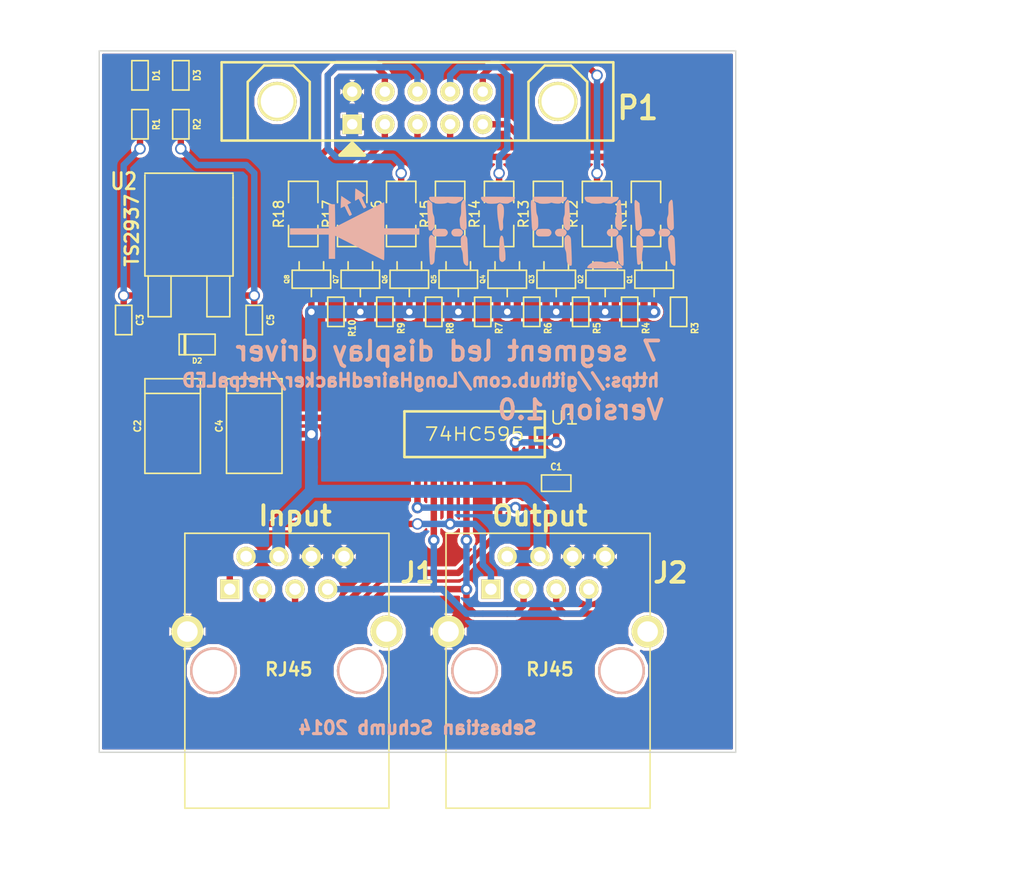
<source format=kicad_pcb>
(kicad_pcb (version 3) (host pcbnew "(2013-may-18)-stable")
  (layers (15 F.Cu signal) (0 B.Cu signal hide) (18 B.Paste user) (19 F.Paste user) (20 B.SilkS user hide) (21 F.SilkS user) (22 B.Mask user) (23 F.Mask user) (28 Edge.Cuts user))
  (net 0 "")
  (net 1 +24V)
  (net 2 +5V)
  (net 3 Clock)
  (net 4 Data_In)
  (net 5 Data_Out)
  (net 6 Enable)
  (net 7 FET_1)
  (net 8 FET_2)
  (net 9 FET_3)
  (net 10 FET_4)
  (net 11 FET_5)
  (net 12 FET_6)
  (net 13 FET_7)
  (net 14 FET_8)
  (net 15 GND)
  (net 16 N-000001)
  (net 17 N-0000010)
  (net 18 N-0000011)
  (net 19 N-0000021)
  (net 20 N-0000022)
  (net 21 N-0000024)
  (net 22 N-0000026)
  (net 23 N-000003)
  (net 24 N-0000033)
  (net 25 N-0000034)
  (net 26 N-0000036)
  (net 27 N-0000037)
  (net 28 N-000004)
  (net 29 N-0000041)
  (net 30 N-0000042)
  (net 31 N-000005)
  (net 32 N-000007)
  (net 33 N-000009)
  (net 34 Reset)
  (net 35 SEG_1)
  (net 36 SEG_2)
  (net 37 SEG_3)
  (net 38 SEG_4)
  (net 39 SEG_5)
  (net 40 SEG_6)
  (net 41 SEG_7)
  (net 42 SEG_8)
  (module HE10-10C (layer F.Cu) (at 124.46 38.735 180)
    (fp_text reference P1 (at -17.145 0 360) (layer F.SilkS) (effects (font (size 1.77546 1.5875) (thickness 0.3048))))
    (fp_text value HE10-10 hide)
    (pad 0 thru_hole circle (at -10.922 0.508 180) (size 3.048 3.048) (drill 2.54) (layers *.Cu *.Mask F.SilkS))
    (pad 0 thru_hole circle (at 10.922 0.508 180) (size 3.048 3.048) (drill 2.54) (layers *.Cu *.Mask F.SilkS))
    (pad 1 thru_hole rect (at 5.08 -1.27 180) (size 1.524 1.524) (drill 0.8128) (layers *.Cu *.Mask F.SilkS) (net 15 GND))
    (pad 2 thru_hole circle (at 5.08 1.27 180) (size 1.524 1.524) (drill 0.8128) (layers *.Cu *.Mask F.SilkS) (net 15 GND))
    (pad 3 thru_hole circle (at 2.54 -1.27 180) (size 1.524 1.524) (drill 0.8128) (layers *.Cu *.Mask F.SilkS) (net 41 SEG_7))
    (pad 4 thru_hole circle (at 2.54 1.27 180) (size 1.524 1.524) (drill 0.8128) (layers *.Cu *.Mask F.SilkS) (net 42 SEG_8))
    (pad 5 thru_hole circle (at 0 -1.27 180) (size 1.524 1.524) (drill 0.8128) (layers *.Cu *.Mask F.SilkS) (net 39 SEG_5))
    (pad 6 thru_hole circle (at 0 1.27 180) (size 1.524 1.524) (drill 0.8128) (layers *.Cu *.Mask F.SilkS) (net 40 SEG_6))
    (pad 7 thru_hole circle (at -2.54 -1.27 180) (size 1.524 1.524) (drill 0.8128) (layers *.Cu *.Mask F.SilkS) (net 37 SEG_3))
    (pad 8 thru_hole circle (at -2.54 1.27 180) (size 1.524 1.524) (drill 0.8128) (layers *.Cu *.Mask F.SilkS) (net 38 SEG_4))
    (pad 9 thru_hole circle (at -5.08 -1.27 180) (size 1.524 1.524) (drill 0.8128) (layers *.Cu *.Mask F.SilkS) (net 35 SEG_1))
    (pad 10 thru_hole circle (at -5.08 1.27 180) (size 1.524 1.524) (drill 0.8128) (layers *.Cu *.Mask F.SilkS) (net 36 SEG_2))
  )
  (module c_tant_D (layer F.Cu) (at 111.76 63.5 90)
    (fp_text reference C4 (at 0 -2.7305 90) (layer F.SilkS) (effects (font (size 0.50038 0.50038) (thickness 0.11938))))
    (fp_text value 10uF hide)
    (pad 1 smd rect (at 2.99974 0 90) (size 2.55016 2.70002) (layers F.Cu F.Paste F.Mask) (net 2 +5V))
    (pad 2 smd rect (at -2.99974 0 90) (size 2.55016 3.79984) (layers F.Cu F.Paste F.Mask) (net 15 GND))
  )
  (module sot23 (layer F.Cu) (at 120.015 52.07 180)
    (fp_text reference Q7 (at 1.905 0 270) (layer F.SilkS) (effects (font (size 0.35 0.35) (thickness 0.0875))))
    (fp_text value NDS355 hide)
    (pad 1 smd rect (at -0.9525 1.05664 180) (size 0.59944 1.00076) (layers F.Cu F.Paste F.Mask) (net 26 N-0000036))
    (pad 2 smd rect (at 0 -1.05664 180) (size 0.59944 1.00076) (layers F.Cu F.Paste F.Mask) (net 1 +24V))
    (pad 3 smd rect (at 0.9525 1.05664 180) (size 0.59944 1.00076) (layers F.Cu F.Paste F.Mask) (net 25 N-0000034))
  )
  (module sot23 (layer F.Cu) (at 142.875 52.07 180)
    (fp_text reference Q1 (at 1.905 0 270) (layer F.SilkS) (effects (font (size 0.35 0.35) (thickness 0.0875))))
    (fp_text value NDS355 hide)
    (pad 1 smd rect (at -0.9525 1.05664 180) (size 0.59944 1.00076) (layers F.Cu F.Paste F.Mask) (net 19 N-0000021))
    (pad 2 smd rect (at 0 -1.05664 180) (size 0.59944 1.00076) (layers F.Cu F.Paste F.Mask) (net 1 +24V))
    (pad 3 smd rect (at 0.9525 1.05664 180) (size 0.59944 1.00076) (layers F.Cu F.Paste F.Mask) (net 18 N-0000011))
  )
  (module sot23 (layer F.Cu) (at 123.825 52.07 180)
    (fp_text reference Q6 (at 1.905 0 270) (layer F.SilkS) (effects (font (size 0.35 0.35) (thickness 0.0875))))
    (fp_text value NDS355 hide)
    (pad 1 smd rect (at -0.9525 1.05664 180) (size 0.59944 1.00076) (layers F.Cu F.Paste F.Mask) (net 24 N-0000033))
    (pad 2 smd rect (at 0 -1.05664 180) (size 0.59944 1.00076) (layers F.Cu F.Paste F.Mask) (net 1 +24V))
    (pad 3 smd rect (at 0.9525 1.05664 180) (size 0.59944 1.00076) (layers F.Cu F.Paste F.Mask) (net 17 N-0000010))
  )
  (module sot23 (layer F.Cu) (at 139.065 52.07 180)
    (fp_text reference Q2 (at 1.905 0 270) (layer F.SilkS) (effects (font (size 0.35 0.35) (thickness 0.0875))))
    (fp_text value NDS355 hide)
    (pad 1 smd rect (at -0.9525 1.05664 180) (size 0.59944 1.00076) (layers F.Cu F.Paste F.Mask) (net 21 N-0000024))
    (pad 2 smd rect (at 0 -1.05664 180) (size 0.59944 1.00076) (layers F.Cu F.Paste F.Mask) (net 1 +24V))
    (pad 3 smd rect (at 0.9525 1.05664 180) (size 0.59944 1.00076) (layers F.Cu F.Paste F.Mask) (net 20 N-0000022))
  )
  (module sot23 (layer F.Cu) (at 116.205 52.07 180)
    (fp_text reference Q8 (at 1.905 0 270) (layer F.SilkS) (effects (font (size 0.35 0.35) (thickness 0.0875))))
    (fp_text value NDS355 hide)
    (pad 1 smd rect (at -0.9525 1.05664 180) (size 0.59944 1.00076) (layers F.Cu F.Paste F.Mask) (net 22 N-0000026))
    (pad 2 smd rect (at 0 -1.05664 180) (size 0.59944 1.00076) (layers F.Cu F.Paste F.Mask) (net 1 +24V))
    (pad 3 smd rect (at 0.9525 1.05664 180) (size 0.59944 1.00076) (layers F.Cu F.Paste F.Mask) (net 27 N-0000037))
  )
  (module sot23 (layer F.Cu) (at 135.255 52.07 180)
    (fp_text reference Q3 (at 1.905 0 270) (layer F.SilkS) (effects (font (size 0.35 0.35) (thickness 0.0875))))
    (fp_text value NDS355 hide)
    (pad 1 smd rect (at -0.9525 1.05664 180) (size 0.59944 1.00076) (layers F.Cu F.Paste F.Mask) (net 28 N-000004))
    (pad 2 smd rect (at 0 -1.05664 180) (size 0.59944 1.00076) (layers F.Cu F.Paste F.Mask) (net 1 +24V))
    (pad 3 smd rect (at 0.9525 1.05664 180) (size 0.59944 1.00076) (layers F.Cu F.Paste F.Mask) (net 23 N-000003))
  )
  (module sot23 (layer F.Cu) (at 131.445 52.07 180)
    (fp_text reference Q4 (at 1.905 0 270) (layer F.SilkS) (effects (font (size 0.35 0.35) (thickness 0.0875))))
    (fp_text value NDS355 hide)
    (pad 1 smd rect (at -0.9525 1.05664 180) (size 0.59944 1.00076) (layers F.Cu F.Paste F.Mask) (net 16 N-000001))
    (pad 2 smd rect (at 0 -1.05664 180) (size 0.59944 1.00076) (layers F.Cu F.Paste F.Mask) (net 1 +24V))
    (pad 3 smd rect (at 0.9525 1.05664 180) (size 0.59944 1.00076) (layers F.Cu F.Paste F.Mask) (net 31 N-000005))
  )
  (module sot23 (layer F.Cu) (at 127.635 52.07 180)
    (fp_text reference Q5 (at 1.905 0 270) (layer F.SilkS) (effects (font (size 0.35 0.35) (thickness 0.0875))))
    (fp_text value NDS355 hide)
    (pad 1 smd rect (at -0.9525 1.05664 180) (size 0.59944 1.00076) (layers F.Cu F.Paste F.Mask) (net 33 N-000009))
    (pad 2 smd rect (at 0 -1.05664 180) (size 0.59944 1.00076) (layers F.Cu F.Paste F.Mask) (net 1 +24V))
    (pad 3 smd rect (at 0.9525 1.05664 180) (size 0.59944 1.00076) (layers F.Cu F.Paste F.Mask) (net 32 N-000007))
  )
  (module sod123 (layer F.Cu) (at 107.315 57.15 180)
    (fp_text reference D2 (at 0 -1.27 180) (layer F.SilkS) (effects (font (size 0.39878 0.39878) (thickness 0.09906))))
    (fp_text value BAT42W hide)
    (pad 2 smd rect (at 1.67386 0 180) (size 0.8509 0.8509) (layers F.Cu F.Paste F.Mask) (net 1 +24V))
    (pad 1 smd rect (at -1.67386 0 180) (size 0.8509 0.8509) (layers F.Cu F.Paste F.Mask) (net 2 +5V))
  )
  (module SO16E (layer F.Cu) (at 128.905 64.135 180)
    (fp_text reference U1 (at -6.985 1.27 180) (layer F.SilkS) (effects (font (size 1.016 1.143) (thickness 0.127))))
    (fp_text value 74HC595 (at 0 0 180) (layer F.SilkS) (effects (font (size 1.016 1.143) (thickness 0.127))))
    (pad 1 smd rect (at -4.445 2.54 180) (size 0.508 1.143) (layers F.Cu F.Paste F.Mask) (net 8 FET_2))
    (pad 2 smd rect (at -3.175 2.54 180) (size 0.508 1.143) (layers F.Cu F.Paste F.Mask) (net 9 FET_3))
    (pad 3 smd rect (at -1.905 2.54 180) (size 0.508 1.143) (layers F.Cu F.Paste F.Mask) (net 10 FET_4))
    (pad 4 smd rect (at -0.635 2.54 180) (size 0.508 1.143) (layers F.Cu F.Paste F.Mask) (net 11 FET_5))
    (pad 5 smd rect (at 0.635 2.54 180) (size 0.508 1.143) (layers F.Cu F.Paste F.Mask) (net 12 FET_6))
    (pad 6 smd rect (at 1.905 2.54 180) (size 0.508 1.143) (layers F.Cu F.Paste F.Mask) (net 13 FET_7))
    (pad 7 smd rect (at 3.175 2.54 180) (size 0.508 1.143) (layers F.Cu F.Paste F.Mask) (net 14 FET_8))
    (pad 8 smd rect (at 4.445 2.54 180) (size 0.508 1.143) (layers F.Cu F.Paste F.Mask) (net 15 GND))
    (pad 9 smd rect (at 4.445 -2.54 180) (size 0.508 1.143) (layers F.Cu F.Paste F.Mask) (net 5 Data_Out))
    (pad 10 smd rect (at 3.175 -2.54 180) (size 0.508 1.143) (layers F.Cu F.Paste F.Mask) (net 34 Reset))
    (pad 11 smd rect (at 1.905 -2.54 180) (size 0.508 1.143) (layers F.Cu F.Paste F.Mask) (net 3 Clock))
    (pad 12 smd rect (at 0.635 -2.54 180) (size 0.508 1.143) (layers F.Cu F.Paste F.Mask) (net 6 Enable))
    (pad 13 smd rect (at -0.635 -2.54 180) (size 0.508 1.143) (layers F.Cu F.Paste F.Mask) (net 15 GND))
    (pad 14 smd rect (at -1.905 -2.54 180) (size 0.508 1.143) (layers F.Cu F.Paste F.Mask) (net 4 Data_In))
    (pad 15 smd rect (at -3.175 -2.54 180) (size 0.508 1.143) (layers F.Cu F.Paste F.Mask) (net 7 FET_1))
    (pad 16 smd rect (at -4.445 -2.54 180) (size 0.508 1.143) (layers F.Cu F.Paste F.Mask) (net 2 +5V))
  )
  (module SM1206 (layer F.Cu) (at 130.81 46.99 90)
    (fp_text reference R14 (at 0 -1.905 90) (layer F.SilkS) (effects (font (size 0.762 0.762) (thickness 0.127))))
    (fp_text value 160 hide)
    (pad 1 smd rect (at -1.651 0 90) (size 1.524 2.032) (layers F.Cu F.Paste F.Mask) (net 31 N-000005))
    (pad 2 smd rect (at 1.651 0 90) (size 1.524 2.032) (layers F.Cu F.Paste F.Mask) (net 38 SEG_4))
  )
  (module SM1206 (layer F.Cu) (at 123.19 46.99 90)
    (fp_text reference R16 (at 0 -1.905 90) (layer F.SilkS) (effects (font (size 0.762 0.762) (thickness 0.127))))
    (fp_text value 160 hide)
    (pad 1 smd rect (at -1.651 0 90) (size 1.524 2.032) (layers F.Cu F.Paste F.Mask) (net 17 N-0000010))
    (pad 2 smd rect (at 1.651 0 90) (size 1.524 2.032) (layers F.Cu F.Paste F.Mask) (net 40 SEG_6))
  )
  (module SM1206 (layer F.Cu) (at 127 46.99 90)
    (fp_text reference R15 (at 0 -1.905 90) (layer F.SilkS) (effects (font (size 0.762 0.762) (thickness 0.127))))
    (fp_text value 160 hide)
    (pad 1 smd rect (at -1.651 0 90) (size 1.524 2.032) (layers F.Cu F.Paste F.Mask) (net 32 N-000007))
    (pad 2 smd rect (at 1.651 0 90) (size 1.524 2.032) (layers F.Cu F.Paste F.Mask) (net 39 SEG_5))
  )
  (module SM1206 (layer F.Cu) (at 119.38 46.99 90)
    (fp_text reference R17 (at 0 -1.905 90) (layer F.SilkS) (effects (font (size 0.762 0.762) (thickness 0.127))))
    (fp_text value 470 hide)
    (pad 1 smd rect (at -1.651 0 90) (size 1.524 2.032) (layers F.Cu F.Paste F.Mask) (net 25 N-0000034))
    (pad 2 smd rect (at 1.651 0 90) (size 1.524 2.032) (layers F.Cu F.Paste F.Mask) (net 41 SEG_7))
  )
  (module SM1206 (layer F.Cu) (at 134.62 46.99 90)
    (fp_text reference R13 (at 0 -1.905 90) (layer F.SilkS) (effects (font (size 0.762 0.762) (thickness 0.127))))
    (fp_text value 160 hide)
    (pad 1 smd rect (at -1.651 0 90) (size 1.524 2.032) (layers F.Cu F.Paste F.Mask) (net 23 N-000003))
    (pad 2 smd rect (at 1.651 0 90) (size 1.524 2.032) (layers F.Cu F.Paste F.Mask) (net 37 SEG_3))
  )
  (module SM1206 (layer F.Cu) (at 138.43 46.99 90)
    (fp_text reference R12 (at 0 -1.905 90) (layer F.SilkS) (effects (font (size 0.762 0.762) (thickness 0.127))))
    (fp_text value 160 hide)
    (pad 1 smd rect (at -1.651 0 90) (size 1.524 2.032) (layers F.Cu F.Paste F.Mask) (net 20 N-0000022))
    (pad 2 smd rect (at 1.651 0 90) (size 1.524 2.032) (layers F.Cu F.Paste F.Mask) (net 36 SEG_2))
  )
  (module SM1206 (layer F.Cu) (at 142.24 46.99 90)
    (fp_text reference R11 (at 0 -1.905 90) (layer F.SilkS) (effects (font (size 0.762 0.762) (thickness 0.127))))
    (fp_text value 160 hide)
    (pad 1 smd rect (at -1.651 0 90) (size 1.524 2.032) (layers F.Cu F.Paste F.Mask) (net 18 N-0000011))
    (pad 2 smd rect (at 1.651 0 90) (size 1.524 2.032) (layers F.Cu F.Paste F.Mask) (net 35 SEG_1))
  )
  (module SM1206 (layer F.Cu) (at 115.57 46.99 90)
    (fp_text reference R18 (at 0 -1.905 90) (layer F.SilkS) (effects (font (size 0.762 0.762) (thickness 0.127))))
    (fp_text value 470 hide)
    (pad 1 smd rect (at -1.651 0 90) (size 1.524 2.032) (layers F.Cu F.Paste F.Mask) (net 27 N-0000037))
    (pad 2 smd rect (at 1.651 0 90) (size 1.524 2.032) (layers F.Cu F.Paste F.Mask) (net 42 SEG_8))
  )
  (module SM0603 (layer F.Cu) (at 106.045 40.005 90)
    (fp_text reference R2 (at 0 1.27 90) (layer F.SilkS) (effects (font (size 0.508 0.4572) (thickness 0.1143))))
    (fp_text value 1k hide)
    (pad 1 smd rect (at -0.762 0 90) (size 0.635 1.143) (layers F.Cu F.Paste F.Mask) (net 2 +5V))
    (pad 2 smd rect (at 0.762 0 90) (size 0.635 1.143) (layers F.Cu F.Paste F.Mask) (net 30 N-0000042))
  )
  (module SM0603 (layer F.Cu) (at 144.78 54.61 270)
    (fp_text reference R3 (at 1.27 -1.27 270) (layer F.SilkS) (effects (font (size 0.508 0.4572) (thickness 0.1143))))
    (fp_text value 200 hide)
    (pad 1 smd rect (at -0.762 0 270) (size 0.635 1.143) (layers F.Cu F.Paste F.Mask) (net 19 N-0000021))
    (pad 2 smd rect (at 0.762 0 270) (size 0.635 1.143) (layers F.Cu F.Paste F.Mask) (net 7 FET_1))
  )
  (module SM0603 (layer F.Cu) (at 101.6 55.245 270)
    (fp_text reference C3 (at 0 -1.27 270) (layer F.SilkS) (effects (font (size 0.508 0.4572) (thickness 0.1143))))
    (fp_text value 100nF hide)
    (pad 1 smd rect (at -0.762 0 270) (size 0.635 1.143) (layers F.Cu F.Paste F.Mask) (net 1 +24V))
    (pad 2 smd rect (at 0.762 0 270) (size 0.635 1.143) (layers F.Cu F.Paste F.Mask) (net 15 GND))
  )
  (module SM0603 (layer F.Cu) (at 140.97 54.61 270)
    (fp_text reference R4 (at 1.27 -1.27 270) (layer F.SilkS) (effects (font (size 0.508 0.4572) (thickness 0.1143))))
    (fp_text value 200 hide)
    (pad 1 smd rect (at -0.762 0 270) (size 0.635 1.143) (layers F.Cu F.Paste F.Mask) (net 21 N-0000024))
    (pad 2 smd rect (at 0.762 0 270) (size 0.635 1.143) (layers F.Cu F.Paste F.Mask) (net 8 FET_2))
  )
  (module SM0603 (layer F.Cu) (at 137.16 54.61 270)
    (fp_text reference R5 (at 1.27 -1.27 270) (layer F.SilkS) (effects (font (size 0.508 0.4572) (thickness 0.1143))))
    (fp_text value 200 hide)
    (pad 1 smd rect (at -0.762 0 270) (size 0.635 1.143) (layers F.Cu F.Paste F.Mask) (net 28 N-000004))
    (pad 2 smd rect (at 0.762 0 270) (size 0.635 1.143) (layers F.Cu F.Paste F.Mask) (net 9 FET_3))
  )
  (module SM0603 (layer F.Cu) (at 133.35 54.61 270)
    (fp_text reference R6 (at 1.27 -1.27 270) (layer F.SilkS) (effects (font (size 0.508 0.4572) (thickness 0.1143))))
    (fp_text value 200 hide)
    (pad 1 smd rect (at -0.762 0 270) (size 0.635 1.143) (layers F.Cu F.Paste F.Mask) (net 16 N-000001))
    (pad 2 smd rect (at 0.762 0 270) (size 0.635 1.143) (layers F.Cu F.Paste F.Mask) (net 10 FET_4))
  )
  (module SM0603 (layer F.Cu) (at 106.045 36.195 90)
    (fp_text reference D3 (at 0 1.27 90) (layer F.SilkS) (effects (font (size 0.508 0.4572) (thickness 0.1143))))
    (fp_text value LED hide)
    (pad 1 smd rect (at -0.762 0 90) (size 0.635 1.143) (layers F.Cu F.Paste F.Mask) (net 30 N-0000042))
    (pad 2 smd rect (at 0.762 0 90) (size 0.635 1.143) (layers F.Cu F.Paste F.Mask) (net 15 GND))
  )
  (module SM0603 (layer F.Cu) (at 102.87 40.005 90)
    (fp_text reference R1 (at 0 1.27 90) (layer F.SilkS) (effects (font (size 0.508 0.4572) (thickness 0.1143))))
    (fp_text value 1k hide)
    (pad 1 smd rect (at -0.762 0 90) (size 0.635 1.143) (layers F.Cu F.Paste F.Mask) (net 1 +24V))
    (pad 2 smd rect (at 0.762 0 90) (size 0.635 1.143) (layers F.Cu F.Paste F.Mask) (net 29 N-0000041))
  )
  (module SM0603 (layer F.Cu) (at 129.54 54.61 270)
    (fp_text reference R7 (at 1.27 -1.27 270) (layer F.SilkS) (effects (font (size 0.508 0.4572) (thickness 0.1143))))
    (fp_text value 200 hide)
    (pad 1 smd rect (at -0.762 0 270) (size 0.635 1.143) (layers F.Cu F.Paste F.Mask) (net 33 N-000009))
    (pad 2 smd rect (at 0.762 0 270) (size 0.635 1.143) (layers F.Cu F.Paste F.Mask) (net 11 FET_5))
  )
  (module SM0603 (layer F.Cu) (at 102.87 36.195 90)
    (fp_text reference D1 (at 0 1.27 90) (layer F.SilkS) (effects (font (size 0.508 0.4572) (thickness 0.1143))))
    (fp_text value LED hide)
    (pad 1 smd rect (at -0.762 0 90) (size 0.635 1.143) (layers F.Cu F.Paste F.Mask) (net 29 N-0000041))
    (pad 2 smd rect (at 0.762 0 90) (size 0.635 1.143) (layers F.Cu F.Paste F.Mask) (net 15 GND))
  )
  (module SM0603 (layer F.Cu) (at 135.255 67.945)
    (fp_text reference C1 (at 0 -1.27) (layer F.SilkS) (effects (font (size 0.508 0.4572) (thickness 0.1143))))
    (fp_text value 100n hide)
    (pad 1 smd rect (at -0.762 0) (size 0.635 1.143) (layers F.Cu F.Paste F.Mask) (net 2 +5V))
    (pad 2 smd rect (at 0.762 0) (size 0.635 1.143) (layers F.Cu F.Paste F.Mask) (net 15 GND))
  )
  (module SM0603 (layer F.Cu) (at 125.73 54.61 270)
    (fp_text reference R8 (at 1.27 -1.27 270) (layer F.SilkS) (effects (font (size 0.508 0.4572) (thickness 0.1143))))
    (fp_text value 200 hide)
    (pad 1 smd rect (at -0.762 0 270) (size 0.635 1.143) (layers F.Cu F.Paste F.Mask) (net 24 N-0000033))
    (pad 2 smd rect (at 0.762 0 270) (size 0.635 1.143) (layers F.Cu F.Paste F.Mask) (net 12 FET_6))
  )
  (module SM0603 (layer F.Cu) (at 118.11 54.61 270)
    (fp_text reference R10 (at 1.27 -1.27 270) (layer F.SilkS) (effects (font (size 0.508 0.4572) (thickness 0.1143))))
    (fp_text value 200 hide)
    (pad 1 smd rect (at -0.762 0 270) (size 0.635 1.143) (layers F.Cu F.Paste F.Mask) (net 22 N-0000026))
    (pad 2 smd rect (at 0.762 0 270) (size 0.635 1.143) (layers F.Cu F.Paste F.Mask) (net 14 FET_8))
  )
  (module SM0603 (layer F.Cu) (at 121.92 54.61 270)
    (fp_text reference R9 (at 1.27 -1.27 270) (layer F.SilkS) (effects (font (size 0.508 0.4572) (thickness 0.1143))))
    (fp_text value 200 hide)
    (pad 1 smd rect (at -0.762 0 270) (size 0.635 1.143) (layers F.Cu F.Paste F.Mask) (net 26 N-0000036))
    (pad 2 smd rect (at 0.762 0 270) (size 0.635 1.143) (layers F.Cu F.Paste F.Mask) (net 13 FET_7))
  )
  (module RJ45_MEBP_8-8G (layer F.Cu) (at 114.3 82.55)
    (fp_text reference J1 (at 10.16 -7.62) (layer F.SilkS) (effects (font (size 1.524 1.524) (thickness 0.3048))))
    (fp_text value RJ45 (at 0.14224 -0.1016) (layer F.SilkS) (effects (font (size 1.00076 1.00076) (thickness 0.2032))))
    (pad "" np_thru_hole circle (at 5.715 0) (size 3.64998 3.64998) (drill 3.2512) (layers *.Cu *.SilkS *.Mask))
    (pad "" np_thru_hole circle (at -5.715 0) (size 3.64998 3.64998) (drill 3.2512) (layers *.Cu *.SilkS *.Mask))
    (pad 1 thru_hole rect (at -4.445 -6.35) (size 1.50114 1.50114) (drill 0.89916) (layers *.Cu *.Mask F.SilkS) (net 3 Clock))
    (pad 2 thru_hole circle (at -3.175 -8.89) (size 1.50114 1.50114) (drill 0.89916) (layers *.Cu *.Mask F.SilkS) (net 1 +24V))
    (pad 3 thru_hole circle (at -1.905 -6.35) (size 1.50114 1.50114) (drill 0.89916) (layers *.Cu *.Mask F.SilkS) (net 6 Enable))
    (pad 4 thru_hole circle (at -0.635 -8.89) (size 1.50114 1.50114) (drill 0.89916) (layers *.Cu *.Mask F.SilkS) (net 1 +24V))
    (pad 5 thru_hole circle (at 0.635 -6.35) (size 1.50114 1.50114) (drill 0.89916) (layers *.Cu *.Mask F.SilkS) (net 4 Data_In))
    (pad 6 thru_hole circle (at 1.905 -8.89) (size 1.50114 1.50114) (drill 0.89916) (layers *.Cu *.Mask F.SilkS) (net 15 GND))
    (pad 7 thru_hole circle (at 3.175 -6.35) (size 1.50114 1.50114) (drill 0.89916) (layers *.Cu *.Mask F.SilkS) (net 34 Reset))
    (pad 8 thru_hole circle (at 4.445 -8.89) (size 1.50114 1.50114) (drill 0.89916) (layers *.Cu *.Mask F.SilkS) (net 15 GND))
    (pad 9 thru_hole circle (at -7.745 -3.05) (size 2.5 2.5) (drill 1.6) (layers *.Cu *.Mask F.SilkS) (net 15 GND))
    (pad 10 thru_hole circle (at 7.747 -3.05) (size 2.5 2.5) (drill 1.6) (layers *.Cu *.Mask F.SilkS))
  )
  (module RJ45_MEBP_8-8G (layer F.Cu) (at 134.62 82.55)
    (fp_text reference J2 (at 9.525 -7.62) (layer F.SilkS) (effects (font (size 1.524 1.524) (thickness 0.3048))))
    (fp_text value RJ45 (at 0.14224 -0.1016) (layer F.SilkS) (effects (font (size 1.00076 1.00076) (thickness 0.2032))))
    (pad "" np_thru_hole circle (at 5.715 0) (size 3.64998 3.64998) (drill 3.2512) (layers *.Cu *.SilkS *.Mask))
    (pad "" np_thru_hole circle (at -5.715 0) (size 3.64998 3.64998) (drill 3.2512) (layers *.Cu *.SilkS *.Mask))
    (pad 1 thru_hole rect (at -4.445 -6.35) (size 1.50114 1.50114) (drill 0.89916) (layers *.Cu *.Mask F.SilkS) (net 3 Clock))
    (pad 2 thru_hole circle (at -3.175 -8.89) (size 1.50114 1.50114) (drill 0.89916) (layers *.Cu *.Mask F.SilkS) (net 1 +24V))
    (pad 3 thru_hole circle (at -1.905 -6.35) (size 1.50114 1.50114) (drill 0.89916) (layers *.Cu *.Mask F.SilkS) (net 6 Enable))
    (pad 4 thru_hole circle (at -0.635 -8.89) (size 1.50114 1.50114) (drill 0.89916) (layers *.Cu *.Mask F.SilkS) (net 1 +24V))
    (pad 5 thru_hole circle (at 0.635 -6.35) (size 1.50114 1.50114) (drill 0.89916) (layers *.Cu *.Mask F.SilkS) (net 5 Data_Out))
    (pad 6 thru_hole circle (at 1.905 -8.89) (size 1.50114 1.50114) (drill 0.89916) (layers *.Cu *.Mask F.SilkS) (net 15 GND))
    (pad 7 thru_hole circle (at 3.175 -6.35) (size 1.50114 1.50114) (drill 0.89916) (layers *.Cu *.Mask F.SilkS) (net 34 Reset))
    (pad 8 thru_hole circle (at 4.445 -8.89) (size 1.50114 1.50114) (drill 0.89916) (layers *.Cu *.Mask F.SilkS) (net 15 GND))
    (pad 9 thru_hole circle (at -7.745 -3.05) (size 2.5 2.5) (drill 1.6) (layers *.Cu *.Mask F.SilkS) (net 15 GND))
    (pad 10 thru_hole circle (at 7.747 -3.05) (size 2.5 2.5) (drill 1.6) (layers *.Cu *.Mask F.SilkS))
  )
  (module DPAK2 (layer F.Cu) (at 106.68 53.34)
    (fp_text reference U2 (at -5.08 -8.89) (layer F.SilkS) (effects (font (size 1.27 1.016) (thickness 0.2032))))
    (fp_text value TS2937 (at -4.445 -5.08 90) (layer F.SilkS) (effects (font (size 1.016 1.016) (thickness 0.2032))))
    (pad 1 smd rect (at -2.286 0) (size 1.651 3.048) (layers F.Cu F.Paste F.Mask) (net 1 +24V))
    (pad 2 smd rect (at 0 -6.35) (size 6.096 6.096) (layers F.Cu F.Paste F.Mask) (net 15 GND))
    (pad 3 smd rect (at 2.286 0) (size 1.651 3.048) (layers F.Cu F.Paste F.Mask) (net 2 +5V))
  )
  (module c_tant_D (layer F.Cu) (at 105.41 63.5 90)
    (fp_text reference C2 (at 0 -2.7305 90) (layer F.SilkS) (effects (font (size 0.50038 0.50038) (thickness 0.11938))))
    (fp_text value 10uF hide)
    (pad 1 smd rect (at 2.99974 0 90) (size 2.55016 2.70002) (layers F.Cu F.Paste F.Mask) (net 1 +24V))
    (pad 2 smd rect (at -2.99974 0 90) (size 2.55016 3.79984) (layers F.Cu F.Paste F.Mask) (net 15 GND))
  )
  (module SM0603 (layer F.Cu) (at 111.76 55.245 270)
    (fp_text reference C5 (at 0 -1.27 270) (layer F.SilkS) (effects (font (size 0.508 0.4572) (thickness 0.1143))))
    (fp_text value 100nF hide)
    (pad 1 smd rect (at -0.762 0 270) (size 0.635 1.143) (layers F.Cu F.Paste F.Mask) (net 2 +5V))
    (pad 2 smd rect (at 0.762 0 270) (size 0.635 1.143) (layers F.Cu F.Paste F.Mask) (net 15 GND))
  )
  (module logo_silkbot_30_00mm (layer B.Cu) (at 129.54 48.133)
    (fp_text reference G*** hide)
    (fp_text value logo_silkbot_30_00mm hide)
  )
  (gr_text "Version 1.0" (at 137.16 62.23) (layer B.SilkS) (effects (font (size 1.5 1.5) (thickness 0.3)) (justify mirror)))
  (gr_text "Sebastian Schumb 2014" (at 124.46 86.995) (layer B.SilkS) (effects (font (size 1 1) (thickness 0.25)) (justify mirror)))
  (gr_text Output (at 133.985 70.485) (layer F.SilkS) (effects (font (size 1.5 1.5) (thickness 0.3))))
  (gr_text Input (at 114.935 70.485) (layer F.SilkS) (effects (font (size 1.5 1.5) (thickness 0.3))))
  (gr_text https://github.com/LongHairedHacker/HetpaLED (at 124.714 59.944) (layer B.SilkS) (effects (font (size 1 1) (thickness 0.25)) (justify mirror)))
  (gr_text "7 segment led display driver" (at 126.873 57.658) (layer B.SilkS) (effects (font (size 1.5 1.5) (thickness 0.3)) (justify mirror)))
  (gr_line (start 99.695 34.29) (end 149.225 34.29) (angle 90) (layer Edge.Cuts) (width 0.1))
  (gr_line (start 99.695 88.9) (end 99.695 34.29) (angle 90) (layer Edge.Cuts) (width 0.1))
  (gr_line (start 149.225 88.9) (end 99.695 88.9) (angle 90) (layer Edge.Cuts) (width 0.1))
  (gr_line (start 149.225 34.29) (end 149.225 88.9) (angle 90) (layer Edge.Cuts) (width 0.1))
  (segment (start 116.205 68.58) (end 132.715 68.58) (width 1) (layer B.Cu) (net 1))
  (via (at 101.6 53.34) (size 0.889) (layers F.Cu B.Cu) (net 1))
  (segment (start 102.87 40.767) (end 102.87 41.91) (width 0.5) (layer F.Cu) (net 1))
  (via (at 102.87 41.91) (size 0.889) (layers F.Cu B.Cu) (net 1))
  (segment (start 101.6 43.18) (end 102.87 41.91) (width 0.5) (layer B.Cu) (net 1))
  (segment (start 101.6 43.18) (end 101.6 53.34) (width 0.5) (layer B.Cu) (net 1))
  (via (at 116.205 64.135) (size 0.889) (layers F.Cu B.Cu) (net 1))
  (segment (start 116.205 64.135) (end 106.045 64.135) (width 0.5) (layer F.Cu) (net 1))
  (segment (start 105.41 63.5) (end 106.045 64.135) (width 0.5) (layer F.Cu) (net 1))
  (segment (start 105.41 63.5) (end 105.41 60.50026) (width 0.5) (layer F.Cu) (net 1))
  (segment (start 105.64114 57.15) (end 105.64114 58.18886) (width 0.5) (layer F.Cu) (net 1))
  (segment (start 105.41 58.42) (end 105.41 60.50026) (width 0.5) (layer F.Cu) (net 1))
  (segment (start 105.64114 58.18886) (end 105.41 58.42) (width 0.5) (layer F.Cu) (net 1))
  (segment (start 105.64114 57.15) (end 105.64114 56.11114) (width 0.5) (layer F.Cu) (net 1))
  (segment (start 104.394 54.864) (end 105.41 55.88) (width 0.5) (layer F.Cu) (net 1))
  (segment (start 104.394 54.864) (end 104.394 53.34) (width 0.5) (layer F.Cu) (net 1))
  (segment (start 105.64114 56.11114) (end 105.41 55.88) (width 0.5) (layer F.Cu) (net 1))
  (segment (start 101.6 54.483) (end 101.6 53.34) (width 0.5) (layer F.Cu) (net 1))
  (segment (start 101.6 53.34) (end 104.394 53.34) (width 0.5) (layer F.Cu) (net 1))
  (segment (start 133.985 73.66) (end 133.985 69.85) (width 1) (layer B.Cu) (net 1))
  (segment (start 133.985 69.85) (end 132.715 68.58) (width 1) (layer B.Cu) (net 1))
  (segment (start 116.205 68.58) (end 116.205 68.58) (width 1) (layer B.Cu) (net 1))
  (segment (start 116.205 68.58) (end 116.205 66.675) (width 1) (layer B.Cu) (net 1))
  (segment (start 113.665 71.12) (end 116.205 68.58) (width 1) (layer B.Cu) (net 1))
  (segment (start 113.665 71.12) (end 113.665 71.12) (width 1) (layer B.Cu) (net 1))
  (segment (start 113.665 71.12) (end 113.665 73.66) (width 1) (layer B.Cu) (net 1))
  (segment (start 116.205 66.675) (end 116.205 64.135) (width 1) (layer B.Cu) (net 1))
  (segment (start 116.205 64.135) (end 116.205 63.5) (width 1) (layer B.Cu) (net 1))
  (segment (start 116.205 63.5) (end 116.205 54.61) (width 1) (layer B.Cu) (net 1))
  (segment (start 131.445 73.66) (end 133.985 73.66) (width 1) (layer B.Cu) (net 1))
  (segment (start 111.125 73.66) (end 113.665 73.66) (width 1) (layer B.Cu) (net 1))
  (segment (start 135.255 53.12664) (end 135.255 54.61) (width 0.5) (layer F.Cu) (net 1))
  (via (at 135.255 54.61) (size 0.9) (drill 0.5) (layers F.Cu B.Cu) (net 1))
  (via (at 142.875 54.61) (size 0.9) (drill 0.5) (layers F.Cu B.Cu) (net 1))
  (segment (start 139.065 54.61) (end 142.875 54.61) (width 1) (layer B.Cu) (net 1))
  (segment (start 142.875 54.61) (end 142.875 53.12664) (width 0.5) (layer F.Cu) (net 1))
  (segment (start 139.065 53.12664) (end 139.065 54.61) (width 0.5) (layer F.Cu) (net 1))
  (via (at 139.065 54.61) (size 0.9) (drill 0.5) (layers F.Cu B.Cu) (net 1))
  (via (at 131.445 54.61) (size 0.9) (drill 0.5) (layers F.Cu B.Cu) (net 1))
  (segment (start 131.445 54.61) (end 131.445 53.12664) (width 0.5) (layer F.Cu) (net 1))
  (via (at 127.635 54.61) (size 0.9) (drill 0.5) (layers F.Cu B.Cu) (net 1))
  (segment (start 127.635 53.12664) (end 127.635 54.61) (width 0.5) (layer F.Cu) (net 1))
  (via (at 123.825 54.61) (size 0.9) (drill 0.5) (layers F.Cu B.Cu) (net 1))
  (segment (start 123.825 54.61) (end 123.825 53.12664) (width 0.5) (layer F.Cu) (net 1))
  (segment (start 120.015 53.12664) (end 120.015 54.61) (width 0.5) (layer F.Cu) (net 1))
  (via (at 120.015 54.61) (size 0.9) (drill 0.5) (layers F.Cu B.Cu) (net 1))
  (via (at 116.205 54.61) (size 0.9) (drill 0.5) (layers F.Cu B.Cu) (net 1))
  (segment (start 116.205 54.61) (end 116.205 53.12664) (width 0.5) (layer F.Cu) (net 1))
  (segment (start 139.065 54.61) (end 135.255 54.61) (width 1) (layer B.Cu) (net 1))
  (segment (start 135.255 54.61) (end 131.445 54.61) (width 1) (layer B.Cu) (net 1))
  (segment (start 131.445 54.61) (end 127.635 54.61) (width 1) (layer B.Cu) (net 1))
  (segment (start 127.635 54.61) (end 123.825 54.61) (width 1) (layer B.Cu) (net 1))
  (segment (start 123.825 54.61) (end 120.015 54.61) (width 1) (layer B.Cu) (net 1))
  (segment (start 120.015 54.61) (end 116.205 54.61) (width 1) (layer B.Cu) (net 1))
  (segment (start 134.493 67.945) (end 133.985 67.945) (width 0.5) (layer F.Cu) (net 2))
  (segment (start 133.35 67.31) (end 133.985 67.945) (width 0.5) (layer F.Cu) (net 2))
  (segment (start 133.35 67.31) (end 133.35 66.675) (width 0.5) (layer F.Cu) (net 2))
  (segment (start 111.76 53.34) (end 111.76 43.815) (width 0.5) (layer B.Cu) (net 2))
  (via (at 106.045 41.91) (size 0.889) (layers F.Cu B.Cu) (net 2))
  (segment (start 106.045 41.91) (end 107.315 43.18) (width 0.5) (layer B.Cu) (net 2))
  (segment (start 107.315 43.18) (end 111.125 43.18) (width 0.5) (layer B.Cu) (net 2))
  (segment (start 111.125 43.18) (end 111.76 43.815) (width 0.5) (layer B.Cu) (net 2))
  (segment (start 106.045 41.91) (end 106.045 40.767) (width 0.5) (layer F.Cu) (net 2))
  (via (at 111.76 53.34) (size 0.889) (layers F.Cu B.Cu) (net 2))
  (segment (start 133.35 66.675) (end 133.35 64.135) (width 0.5) (layer F.Cu) (net 2))
  (segment (start 132.715 63.5) (end 133.35 64.135) (width 0.5) (layer F.Cu) (net 2))
  (segment (start 112.395 62.865) (end 123.19 62.865) (width 0.5) (layer F.Cu) (net 2))
  (segment (start 111.76 62.23) (end 112.395 62.865) (width 0.5) (layer F.Cu) (net 2))
  (segment (start 111.76 62.23) (end 111.76 60.50026) (width 0.5) (layer F.Cu) (net 2))
  (segment (start 123.19 62.865) (end 123.825 63.5) (width 0.5) (layer F.Cu) (net 2))
  (segment (start 123.825 63.5) (end 132.715 63.5) (width 0.5) (layer F.Cu) (net 2))
  (segment (start 111.76 53.34) (end 111.76 54.483) (width 0.5) (layer F.Cu) (net 2))
  (segment (start 108.966 53.34) (end 111.76 53.34) (width 0.5) (layer F.Cu) (net 2))
  (segment (start 111.76 53.34) (end 111.76 53.34) (width 0.5) (layer F.Cu) (net 2))
  (segment (start 108.98886 57.15) (end 110.49 57.15) (width 0.5) (layer F.Cu) (net 2))
  (segment (start 110.49 57.15) (end 111.76 58.42) (width 0.5) (layer F.Cu) (net 2))
  (segment (start 111.76 58.42) (end 111.76 60.50026) (width 0.5) (layer F.Cu) (net 2))
  (segment (start 108.966 53.34) (end 108.966 57.12714) (width 0.5) (layer F.Cu) (net 2))
  (segment (start 108.966 57.12714) (end 108.98886 57.15) (width 0.5) (layer F.Cu) (net 2))
  (via (at 124.46 71.12) (size 0.889) (layers F.Cu B.Cu) (net 3))
  (segment (start 109.855 76.2) (end 109.855 74.93) (width 0.5) (layer F.Cu) (net 3))
  (segment (start 109.22 72.39) (end 110.49 71.12) (width 0.5) (layer F.Cu) (net 3))
  (segment (start 109.22 74.295) (end 109.22 72.39) (width 0.5) (layer F.Cu) (net 3))
  (segment (start 109.855 74.93) (end 109.22 74.295) (width 0.5) (layer F.Cu) (net 3))
  (segment (start 124.46 71.12) (end 127 71.12) (width 0.5) (layer B.Cu) (net 3))
  (segment (start 124.46 71.12) (end 110.49 71.12) (width 0.5) (layer F.Cu) (net 3))
  (segment (start 129.54 71.755) (end 129.54 74.295) (width 0.5) (layer B.Cu) (net 3))
  (segment (start 127 71.12) (end 128.905 71.12) (width 0.5) (layer B.Cu) (net 3))
  (segment (start 128.905 71.12) (end 129.54 71.755) (width 0.5) (layer B.Cu) (net 3))
  (via (at 127 71.12) (size 0.9) (drill 0.5) (layers F.Cu B.Cu) (net 3))
  (segment (start 130.175 74.93) (end 130.175 76.2) (width 0.5) (layer B.Cu) (net 3))
  (segment (start 129.54 74.295) (end 130.175 74.93) (width 0.5) (layer B.Cu) (net 3))
  (segment (start 127 66.675) (end 127 71.12) (width 0.5) (layer F.Cu) (net 3))
  (segment (start 127.635 74.93) (end 121.285 74.93) (width 0.5) (layer F.Cu) (net 4))
  (segment (start 118.11 78.105) (end 115.57 78.105) (width 0.5) (layer F.Cu) (net 4))
  (segment (start 121.285 74.93) (end 118.11 78.105) (width 0.5) (layer F.Cu) (net 4))
  (segment (start 130.81 66.675) (end 130.81 69.215) (width 0.5) (layer F.Cu) (net 4))
  (segment (start 130.81 69.215) (end 130.81 71.755) (width 0.5) (layer F.Cu) (net 4))
  (segment (start 130.81 71.755) (end 127.635 74.93) (width 0.5) (layer F.Cu) (net 4))
  (segment (start 114.935 77.47) (end 114.935 76.2) (width 0.5) (layer F.Cu) (net 4))
  (segment (start 115.57 78.105) (end 114.935 77.47) (width 0.5) (layer F.Cu) (net 4))
  (segment (start 140.97 71.12) (end 140.97 77.47) (width 0.5) (layer F.Cu) (net 5))
  (segment (start 132.08 69.85) (end 132.08 69.85) (width 0.5) (layer F.Cu) (net 5))
  (segment (start 132.08 69.85) (end 138.43 69.85) (width 0.5) (layer F.Cu) (net 5))
  (segment (start 138.43 69.85) (end 139.7 69.85) (width 0.5) (layer F.Cu) (net 5))
  (segment (start 139.7 69.85) (end 140.97 71.12) (width 0.5) (layer F.Cu) (net 5))
  (segment (start 124.46 66.675) (end 124.46 69.85) (width 0.5) (layer F.Cu) (net 5))
  (segment (start 124.46 69.85) (end 132.08 69.85) (width 0.5) (layer B.Cu) (net 5))
  (via (at 124.46 69.85) (size 0.9) (drill 0.5) (layers F.Cu B.Cu) (net 5))
  (via (at 132.08 69.85) (size 0.9) (drill 0.5) (layers F.Cu B.Cu) (net 5))
  (segment (start 135.255 77.47) (end 135.255 76.2) (width 0.5) (layer F.Cu) (net 5))
  (segment (start 135.89 78.105) (end 135.255 77.47) (width 0.5) (layer F.Cu) (net 5))
  (segment (start 140.335 78.105) (end 135.89 78.105) (width 0.5) (layer F.Cu) (net 5))
  (segment (start 140.97 77.47) (end 140.335 78.105) (width 0.5) (layer F.Cu) (net 5))
  (segment (start 132.715 76.2) (end 132.715 77.47) (width 0.5) (layer F.Cu) (net 6))
  (segment (start 132.08 78.105) (end 132.715 77.47) (width 0.5) (layer F.Cu) (net 6))
  (segment (start 131.445 78.105) (end 128.905 78.105) (width 0.5) (layer F.Cu) (net 6))
  (segment (start 128.27 77.47) (end 128.905 78.105) (width 0.5) (layer F.Cu) (net 6))
  (segment (start 128.27 77.47) (end 128.27 76.2) (width 0.5) (layer F.Cu) (net 6))
  (segment (start 131.445 78.105) (end 132.08 78.105) (width 0.5) (layer F.Cu) (net 6))
  (via (at 128.27 76.2) (size 0.9) (drill 0.5) (layers F.Cu B.Cu) (net 6))
  (segment (start 128.27 76.2) (end 128.27 76.2) (width 0.5) (layer F.Cu) (net 6))
  (segment (start 121.92 76.2) (end 128.27 76.2) (width 0.5) (layer F.Cu) (net 6))
  (segment (start 121.92 76.2) (end 118.745 79.375) (width 0.5) (layer F.Cu) (net 6))
  (segment (start 118.745 79.375) (end 116.205 79.375) (width 0.5) (layer F.Cu) (net 6))
  (segment (start 116.205 79.375) (end 113.665 79.375) (width 0.5) (layer F.Cu) (net 6))
  (segment (start 112.395 78.105) (end 113.665 79.375) (width 0.5) (layer F.Cu) (net 6))
  (segment (start 112.395 78.105) (end 112.395 76.2) (width 0.5) (layer F.Cu) (net 6))
  (segment (start 115.57 79.375) (end 116.205 79.375) (width 0.5) (layer F.Cu) (net 6))
  (segment (start 128.27 76.2) (end 128.27 76.2) (width 0.5) (layer B.Cu) (net 6))
  (via (at 128.27 72.39) (size 0.9) (drill 0.5) (layers F.Cu B.Cu) (net 6))
  (segment (start 128.27 66.675) (end 128.27 72.39) (width 0.5) (layer F.Cu) (net 6))
  (segment (start 128.27 72.39) (end 128.27 76.2) (width 0.5) (layer B.Cu) (net 6))
  (segment (start 135.255 60.325) (end 135.255 64.77) (width 0.5) (layer F.Cu) (net 7))
  (segment (start 132.08 64.77) (end 133.985 64.77) (width 0.5) (layer B.Cu) (net 7))
  (segment (start 133.985 64.77) (end 135.255 64.77) (width 0.5) (layer B.Cu) (net 7))
  (segment (start 132.08 66.675) (end 132.08 64.77) (width 0.5) (layer F.Cu) (net 7))
  (via (at 132.08 64.77) (size 0.9) (drill 0.5) (layers F.Cu B.Cu) (net 7))
  (segment (start 137.16 59.69) (end 135.89 59.69) (width 0.5) (layer F.Cu) (net 7))
  (segment (start 135.89 59.69) (end 135.255 60.325) (width 0.5) (layer F.Cu) (net 7))
  (segment (start 144.78 55.88) (end 144.78 55.372) (width 0.5) (layer F.Cu) (net 7))
  (segment (start 144.78 57.15) (end 142.24 59.69) (width 0.5) (layer F.Cu) (net 7))
  (segment (start 144.78 55.88) (end 144.78 57.15) (width 0.5) (layer F.Cu) (net 7))
  (segment (start 142.24 59.69) (end 137.16 59.69) (width 0.5) (layer F.Cu) (net 7))
  (via (at 135.255 64.77) (size 0.9) (drill 0.5) (layers F.Cu B.Cu) (net 7))
  (segment (start 135.255 58.42) (end 139.7 58.42) (width 0.5) (layer F.Cu) (net 8))
  (segment (start 133.35 60.325) (end 135.255 58.42) (width 0.5) (layer F.Cu) (net 8))
  (segment (start 133.35 61.595) (end 133.35 60.325) (width 0.5) (layer F.Cu) (net 8))
  (segment (start 140.97 57.15) (end 140.97 55.372) (width 0.5) (layer F.Cu) (net 8))
  (segment (start 139.7 58.42) (end 140.97 57.15) (width 0.5) (layer F.Cu) (net 8))
  (segment (start 134.62 57.15) (end 136.525 57.15) (width 0.5) (layer F.Cu) (net 9))
  (segment (start 132.08 59.69) (end 134.62 57.15) (width 0.5) (layer F.Cu) (net 9))
  (segment (start 132.08 61.595) (end 132.08 59.69) (width 0.5) (layer F.Cu) (net 9))
  (segment (start 137.16 56.515) (end 137.16 55.372) (width 0.5) (layer F.Cu) (net 9))
  (segment (start 136.525 57.15) (end 137.16 56.515) (width 0.5) (layer F.Cu) (net 9))
  (segment (start 130.81 61.595) (end 130.81 59.055) (width 0.5) (layer F.Cu) (net 10))
  (segment (start 133.35 56.515) (end 133.35 55.372) (width 0.5) (layer F.Cu) (net 10))
  (segment (start 130.81 59.055) (end 133.35 56.515) (width 0.5) (layer F.Cu) (net 10))
  (segment (start 129.54 61.595) (end 129.54 55.372) (width 0.5) (layer F.Cu) (net 11))
  (segment (start 128.27 61.595) (end 128.27 59.055) (width 0.5) (layer F.Cu) (net 12))
  (segment (start 125.73 56.515) (end 125.73 55.372) (width 0.5) (layer F.Cu) (net 12))
  (segment (start 128.27 59.055) (end 125.73 56.515) (width 0.5) (layer F.Cu) (net 12))
  (segment (start 124.46 57.15) (end 122.555 57.15) (width 0.5) (layer F.Cu) (net 13))
  (segment (start 127 59.69) (end 124.46 57.15) (width 0.5) (layer F.Cu) (net 13))
  (segment (start 127 61.595) (end 127 59.69) (width 0.5) (layer F.Cu) (net 13))
  (segment (start 121.92 56.515) (end 121.92 55.372) (width 0.5) (layer F.Cu) (net 13))
  (segment (start 122.555 57.15) (end 121.92 56.515) (width 0.5) (layer F.Cu) (net 13))
  (segment (start 123.825 58.42) (end 120.015 58.42) (width 0.5) (layer F.Cu) (net 14))
  (segment (start 125.73 60.325) (end 123.825 58.42) (width 0.5) (layer F.Cu) (net 14))
  (segment (start 125.73 61.595) (end 125.73 60.325) (width 0.5) (layer F.Cu) (net 14))
  (segment (start 118.11 56.515) (end 118.11 55.372) (width 0.5) (layer F.Cu) (net 14))
  (segment (start 120.015 58.42) (end 118.11 56.515) (width 0.5) (layer F.Cu) (net 14))
  (segment (start 132.3975 51.01336) (end 132.3975 51.7525) (width 0.5) (layer F.Cu) (net 16))
  (segment (start 133.35 52.705) (end 133.35 53.848) (width 0.5) (layer F.Cu) (net 16))
  (segment (start 132.3975 51.7525) (end 133.35 52.705) (width 0.5) (layer F.Cu) (net 16))
  (segment (start 123.19 48.641) (end 123.19 49.53) (width 0.5) (layer F.Cu) (net 17))
  (segment (start 122.8725 49.8475) (end 123.19 49.53) (width 0.5) (layer F.Cu) (net 17))
  (segment (start 122.8725 49.8475) (end 122.8725 51.01336) (width 0.5) (layer F.Cu) (net 17))
  (segment (start 142.24 48.641) (end 142.24 49.53) (width 0.5) (layer F.Cu) (net 18))
  (segment (start 141.9225 49.8475) (end 142.24 49.53) (width 0.5) (layer F.Cu) (net 18))
  (segment (start 141.9225 49.8475) (end 141.9225 51.01336) (width 0.5) (layer F.Cu) (net 18))
  (segment (start 143.8275 51.01336) (end 143.8275 51.7525) (width 0.5) (layer F.Cu) (net 19))
  (segment (start 144.78 52.705) (end 144.78 53.848) (width 0.5) (layer F.Cu) (net 19))
  (segment (start 143.8275 51.7525) (end 144.78 52.705) (width 0.5) (layer F.Cu) (net 19))
  (segment (start 138.1125 51.01336) (end 138.1125 49.8475) (width 0.5) (layer F.Cu) (net 20))
  (segment (start 138.43 49.53) (end 138.43 48.641) (width 0.5) (layer F.Cu) (net 20))
  (segment (start 138.1125 49.8475) (end 138.43 49.53) (width 0.5) (layer F.Cu) (net 20))
  (segment (start 140.0175 51.01336) (end 140.0175 51.7525) (width 0.5) (layer F.Cu) (net 21))
  (segment (start 140.97 52.705) (end 140.97 53.848) (width 0.5) (layer F.Cu) (net 21))
  (segment (start 140.0175 51.7525) (end 140.97 52.705) (width 0.5) (layer F.Cu) (net 21))
  (segment (start 117.1575 51.01336) (end 117.1575 51.7525) (width 0.5) (layer F.Cu) (net 22))
  (segment (start 118.11 52.705) (end 118.11 53.848) (width 0.5) (layer F.Cu) (net 22))
  (segment (start 117.1575 51.7525) (end 118.11 52.705) (width 0.5) (layer F.Cu) (net 22))
  (segment (start 134.62 48.641) (end 134.62 49.53) (width 0.5) (layer F.Cu) (net 23))
  (segment (start 134.3025 49.8475) (end 134.62 49.53) (width 0.5) (layer F.Cu) (net 23))
  (segment (start 134.3025 49.8475) (end 134.3025 51.01336) (width 0.5) (layer F.Cu) (net 23))
  (segment (start 124.7775 51.01336) (end 124.7775 51.7525) (width 0.5) (layer F.Cu) (net 24))
  (segment (start 125.73 52.705) (end 125.73 53.848) (width 0.5) (layer F.Cu) (net 24))
  (segment (start 124.7775 51.7525) (end 125.73 52.705) (width 0.5) (layer F.Cu) (net 24))
  (segment (start 119.38 48.641) (end 119.38 49.53) (width 0.5) (layer F.Cu) (net 25))
  (segment (start 119.0625 49.8475) (end 119.38 49.53) (width 0.5) (layer F.Cu) (net 25))
  (segment (start 119.0625 49.8475) (end 119.0625 51.01336) (width 0.5) (layer F.Cu) (net 25))
  (segment (start 120.9675 51.01336) (end 120.9675 51.7525) (width 0.5) (layer F.Cu) (net 26))
  (segment (start 121.92 52.705) (end 121.92 53.848) (width 0.5) (layer F.Cu) (net 26))
  (segment (start 120.9675 51.7525) (end 121.92 52.705) (width 0.5) (layer F.Cu) (net 26))
  (segment (start 115.57 48.641) (end 115.57 49.53) (width 0.5) (layer F.Cu) (net 27))
  (segment (start 115.2525 49.8475) (end 115.57 49.53) (width 0.5) (layer F.Cu) (net 27))
  (segment (start 115.2525 49.8475) (end 115.2525 51.01336) (width 0.5) (layer F.Cu) (net 27))
  (segment (start 136.2075 51.01336) (end 136.2075 51.7525) (width 0.5) (layer F.Cu) (net 28))
  (segment (start 137.16 52.705) (end 137.16 53.848) (width 0.5) (layer F.Cu) (net 28))
  (segment (start 136.2075 51.7525) (end 137.16 52.705) (width 0.5) (layer F.Cu) (net 28))
  (segment (start 102.87 36.957) (end 102.87 39.243) (width 0.5) (layer F.Cu) (net 29))
  (segment (start 106.045 39.243) (end 106.045 36.957) (width 0.5) (layer F.Cu) (net 30))
  (segment (start 130.81 48.641) (end 130.81 49.53) (width 0.5) (layer F.Cu) (net 31))
  (segment (start 130.4925 49.8475) (end 130.81 49.53) (width 0.5) (layer F.Cu) (net 31))
  (segment (start 130.4925 49.8475) (end 130.4925 51.01336) (width 0.5) (layer F.Cu) (net 31))
  (segment (start 127 48.641) (end 127 49.53) (width 0.5) (layer F.Cu) (net 32))
  (segment (start 126.6825 49.8475) (end 127 49.53) (width 0.5) (layer F.Cu) (net 32))
  (segment (start 126.6825 49.8475) (end 126.6825 51.01336) (width 0.5) (layer F.Cu) (net 32))
  (segment (start 128.5875 51.01336) (end 128.5875 51.7525) (width 0.5) (layer F.Cu) (net 33))
  (segment (start 129.54 52.705) (end 129.54 53.848) (width 0.5) (layer F.Cu) (net 33))
  (segment (start 128.5875 51.7525) (end 129.54 52.705) (width 0.5) (layer F.Cu) (net 33))
  (segment (start 128.27 78.105) (end 129.54 78.105) (width 0.5) (layer B.Cu) (net 34))
  (segment (start 129.54 78.105) (end 137.16 78.105) (width 0.5) (layer B.Cu) (net 34))
  (segment (start 137.16 78.105) (end 137.795 77.47) (width 0.5) (layer B.Cu) (net 34))
  (segment (start 137.795 76.2) (end 137.795 77.47) (width 0.5) (layer B.Cu) (net 34))
  (segment (start 126.365 76.2) (end 128.27 78.105) (width 0.5) (layer B.Cu) (net 34))
  (segment (start 126.365 76.2) (end 125.73 76.2) (width 0.5) (layer B.Cu) (net 34))
  (segment (start 125.73 76.2) (end 125.73 74.93) (width 0.5) (layer B.Cu) (net 34))
  (segment (start 125.73 74.93) (end 125.73 76.2) (width 0.5) (layer B.Cu) (net 34))
  (segment (start 125.73 76.2) (end 120.015 76.2) (width 0.5) (layer B.Cu) (net 34))
  (segment (start 120.015 76.2) (end 117.475 76.2) (width 0.5) (layer B.Cu) (net 34))
  (via (at 125.73 72.39) (size 0.9) (drill 0.5) (layers F.Cu B.Cu) (net 34))
  (segment (start 125.73 66.675) (end 125.73 72.39) (width 0.5) (layer F.Cu) (net 34))
  (segment (start 125.73 72.39) (end 125.73 74.93) (width 0.5) (layer B.Cu) (net 34))
  (segment (start 135.89 42.545) (end 140.97 42.545) (width 0.5) (layer F.Cu) (net 35))
  (segment (start 140.97 42.545) (end 142.24 43.815) (width 0.5) (layer F.Cu) (net 35))
  (segment (start 142.24 43.815) (end 142.24 45.339) (width 0.5) (layer F.Cu) (net 35))
  (segment (start 132.715 41.275) (end 134.62 41.275) (width 0.5) (layer F.Cu) (net 35))
  (segment (start 131.445 40.005) (end 132.715 41.275) (width 0.5) (layer F.Cu) (net 35))
  (segment (start 129.54 40.005) (end 131.445 40.005) (width 0.5) (layer F.Cu) (net 35))
  (segment (start 134.62 41.275) (end 135.89 42.545) (width 0.5) (layer F.Cu) (net 35))
  (via (at 138.43 36.195) (size 0.889) (layers F.Cu B.Cu) (net 36))
  (segment (start 129.54 36.195) (end 130.175 35.56) (width 0.5) (layer F.Cu) (net 36))
  (segment (start 130.175 35.56) (end 137.795 35.56) (width 0.5) (layer F.Cu) (net 36))
  (segment (start 137.795 35.56) (end 138.43 36.195) (width 0.5) (layer F.Cu) (net 36))
  (segment (start 129.54 37.465) (end 129.54 36.195) (width 0.5) (layer F.Cu) (net 36))
  (segment (start 138.43 43.815) (end 138.43 45.339) (width 0.5) (layer F.Cu) (net 36))
  (via (at 138.43 43.815) (size 0.889) (layers F.Cu B.Cu) (net 36))
  (segment (start 138.43 36.195) (end 138.43 43.815) (width 0.5) (layer B.Cu) (net 36))
  (segment (start 133.985 42.545) (end 128.27 42.545) (width 0.5) (layer F.Cu) (net 37))
  (segment (start 134.62 43.18) (end 133.985 42.545) (width 0.5) (layer F.Cu) (net 37))
  (segment (start 134.62 45.339) (end 134.62 43.18) (width 0.5) (layer F.Cu) (net 37))
  (segment (start 127 41.275) (end 127 40.005) (width 0.5) (layer F.Cu) (net 37))
  (segment (start 128.27 42.545) (end 127 41.275) (width 0.5) (layer F.Cu) (net 37))
  (segment (start 130.81 35.56) (end 127.635 35.56) (width 0.5) (layer B.Cu) (net 38))
  (segment (start 131.445 36.195) (end 130.81 35.56) (width 0.5) (layer B.Cu) (net 38))
  (via (at 130.81 43.815) (size 0.889) (layers F.Cu B.Cu) (net 38))
  (segment (start 130.81 45.339) (end 130.81 43.815) (width 0.5) (layer F.Cu) (net 38))
  (segment (start 131.445 41.91) (end 131.445 41.275) (width 0.5) (layer B.Cu) (net 38))
  (segment (start 130.81 42.545) (end 131.445 41.91) (width 0.5) (layer B.Cu) (net 38))
  (segment (start 130.81 43.815) (end 130.81 42.545) (width 0.5) (layer B.Cu) (net 38))
  (segment (start 131.445 41.275) (end 131.445 36.195) (width 0.5) (layer B.Cu) (net 38))
  (segment (start 127 36.195) (end 127 37.465) (width 0.5) (layer B.Cu) (net 38))
  (segment (start 127.635 35.56) (end 127 36.195) (width 0.5) (layer B.Cu) (net 38))
  (segment (start 124.46 40.005) (end 124.46 41.275) (width 0.5) (layer F.Cu) (net 39))
  (segment (start 127 43.815) (end 124.46 41.275) (width 0.5) (layer F.Cu) (net 39))
  (segment (start 127 43.815) (end 127 45.339) (width 0.5) (layer F.Cu) (net 39))
  (segment (start 118.11 42.545) (end 122.555 42.545) (width 0.5) (layer B.Cu) (net 40))
  (segment (start 123.825 35.56) (end 124.46 36.195) (width 0.5) (layer B.Cu) (net 40))
  (segment (start 124.46 37.465) (end 124.46 36.195) (width 0.5) (layer B.Cu) (net 40))
  (segment (start 117.475 41.275) (end 117.475 36.195) (width 0.5) (layer B.Cu) (net 40))
  (segment (start 118.11 42.545) (end 117.475 41.91) (width 0.5) (layer B.Cu) (net 40))
  (segment (start 117.475 41.91) (end 117.475 41.275) (width 0.5) (layer B.Cu) (net 40))
  (segment (start 123.19 43.815) (end 123.19 45.339) (width 0.5) (layer F.Cu) (net 40))
  (via (at 123.19 43.815) (size 0.889) (layers F.Cu B.Cu) (net 40))
  (segment (start 117.475 36.195) (end 118.11 35.56) (width 0.5) (layer B.Cu) (net 40))
  (segment (start 118.11 35.56) (end 123.825 35.56) (width 0.5) (layer B.Cu) (net 40))
  (segment (start 123.19 43.18) (end 123.19 43.815) (width 0.5) (layer B.Cu) (net 40))
  (segment (start 122.555 42.545) (end 123.19 43.18) (width 0.5) (layer B.Cu) (net 40))
  (segment (start 121.285 41.91) (end 121.92 41.275) (width 0.5) (layer F.Cu) (net 41))
  (segment (start 119.38 43.815) (end 121.285 41.91) (width 0.5) (layer F.Cu) (net 41))
  (segment (start 119.38 45.339) (end 119.38 43.815) (width 0.5) (layer F.Cu) (net 41))
  (segment (start 121.92 41.275) (end 121.92 40.005) (width 0.5) (layer F.Cu) (net 41))
  (segment (start 118.11 35.56) (end 121.285 35.56) (width 0.5) (layer F.Cu) (net 42))
  (segment (start 117.475 36.195) (end 118.11 35.56) (width 0.5) (layer F.Cu) (net 42))
  (segment (start 115.57 45.339) (end 115.57 43.815) (width 0.5) (layer F.Cu) (net 42))
  (segment (start 115.57 43.815) (end 117.475 41.91) (width 0.5) (layer F.Cu) (net 42))
  (segment (start 117.475 41.91) (end 117.475 36.195) (width 0.5) (layer F.Cu) (net 42))
  (segment (start 121.92 36.195) (end 121.92 37.465) (width 0.5) (layer F.Cu) (net 42))
  (segment (start 121.285 35.56) (end 121.92 36.195) (width 0.5) (layer F.Cu) (net 42))
  (zone (net 15) (net_name GND) (layer B.Cu) (connect_pads (clearance 0.17018)) (min_thickness 0.17018) (fill (arc_segments 16) (thermal_gap 0.17018) (thermal_bridge_width 1.99898))
    (polygon (pts (xy 99.695 34.29) (xy 149.225 34.29) (xy 149.225 88.9) (xy 99.695 88.9)))
  )
  (zone (net 15) (net_name GND) (layer F.Cu) (connect_pads (clearance 0.17018)) (min_thickness 0.17018) (fill (arc_segments 16) (thermal_gap 0.17018) (thermal_bridge_width 1.99898))
    (polygon (pts (xy 99.695 34.29) (xy 149.225 34.29) (xy 149.225 88.9) (xy 99.695 88.9)))
  )
  (zone (net 0) (net_name "") (layer F.SilkS) (connect_pads (clearance 0.17018)) (min_thickness 0.254) (fill (arc_segments 16) (thermal_gap 0.508) (thermal_bridge_width 0.508))
    (polygon (pts (xy 119.38 41.275) (xy 118.11 42.545) (xy 120.65 42.545)))
  )
)
</source>
